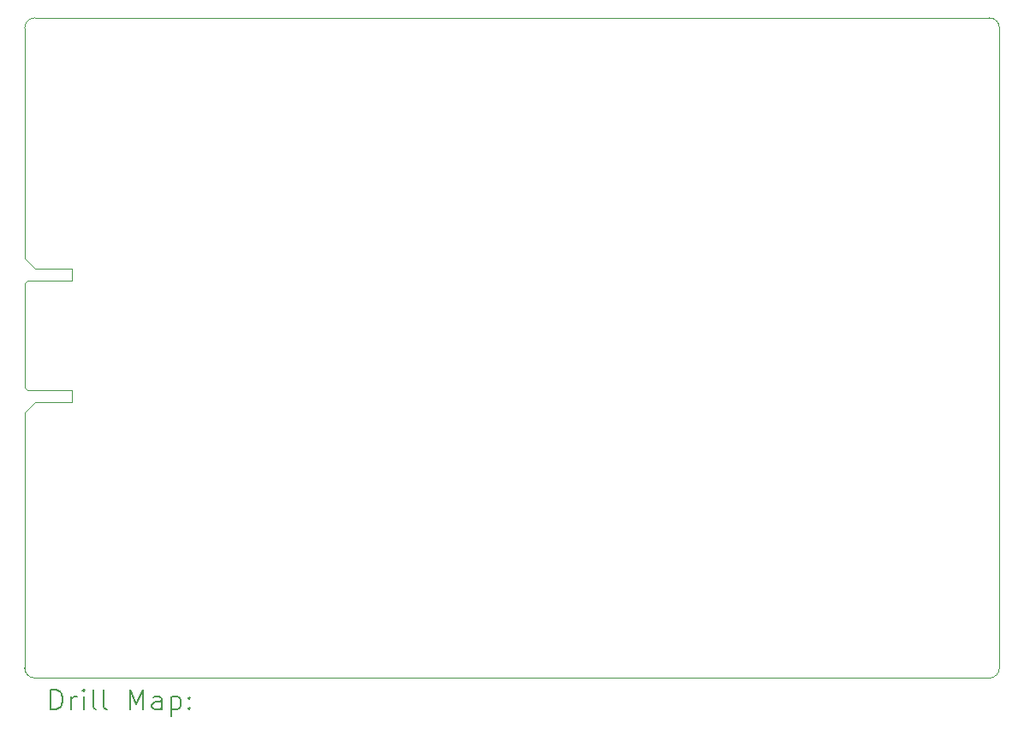
<source format=gbr>
%TF.GenerationSoftware,KiCad,Pcbnew,9.0.4*%
%TF.CreationDate,2025-11-03T17:15:16-05:00*%
%TF.ProjectId,main_board_v1,6d61696e-5f62-46f6-9172-645f76312e6b,rev?*%
%TF.SameCoordinates,Original*%
%TF.FileFunction,Drillmap*%
%TF.FilePolarity,Positive*%
%FSLAX45Y45*%
G04 Gerber Fmt 4.5, Leading zero omitted, Abs format (unit mm)*
G04 Created by KiCad (PCBNEW 9.0.4) date 2025-11-03 17:15:16*
%MOMM*%
%LPD*%
G01*
G04 APERTURE LIST*
%ADD10C,0.050000*%
%ADD11C,0.010000*%
%ADD12C,0.200000*%
G04 APERTURE END LIST*
D10*
X13690000Y-8600000D02*
X4250000Y-8600000D01*
X13790000Y-8500000D02*
X13789995Y-2167995D01*
X13690000Y-2067995D02*
G75*
G02*
X13790005Y-2167995I0J-100005D01*
G01*
X4150000Y-4450012D02*
X4150000Y-2167995D01*
X13790000Y-8500000D02*
G75*
G02*
X13690000Y-8600000I-100000J0D01*
G01*
X4150000Y-5970000D02*
X4150000Y-8500000D01*
X13690000Y-2067995D02*
X4250000Y-2067995D01*
X4150000Y-2167995D02*
G75*
G02*
X4250000Y-2067990I100000J5D01*
G01*
X4250000Y-8600000D02*
G75*
G02*
X4150000Y-8500000I0J100000D01*
G01*
D11*
X4150000Y-4690000D02*
X4175000Y-4665000D01*
X4150000Y-5730000D02*
X4150000Y-4690000D01*
X4150000Y-5730000D02*
X4175000Y-5755000D01*
X4175000Y-4665000D02*
X4620000Y-4665000D01*
X4250000Y-4550000D02*
X4150000Y-4450000D01*
X4250000Y-5870000D02*
X4150000Y-5970000D01*
X4620000Y-4550000D02*
X4250000Y-4550000D01*
X4620000Y-4665000D02*
X4620000Y-4550000D01*
X4620000Y-5755000D02*
X4175000Y-5755000D01*
X4620000Y-5755000D02*
X4620000Y-5870000D01*
X4620000Y-5870000D02*
X4250000Y-5870000D01*
D12*
X4408277Y-8913984D02*
X4408277Y-8713984D01*
X4408277Y-8713984D02*
X4455896Y-8713984D01*
X4455896Y-8713984D02*
X4484467Y-8723508D01*
X4484467Y-8723508D02*
X4503515Y-8742555D01*
X4503515Y-8742555D02*
X4513039Y-8761603D01*
X4513039Y-8761603D02*
X4522563Y-8799698D01*
X4522563Y-8799698D02*
X4522563Y-8828270D01*
X4522563Y-8828270D02*
X4513039Y-8866365D01*
X4513039Y-8866365D02*
X4503515Y-8885412D01*
X4503515Y-8885412D02*
X4484467Y-8904460D01*
X4484467Y-8904460D02*
X4455896Y-8913984D01*
X4455896Y-8913984D02*
X4408277Y-8913984D01*
X4608277Y-8913984D02*
X4608277Y-8780650D01*
X4608277Y-8818746D02*
X4617801Y-8799698D01*
X4617801Y-8799698D02*
X4627324Y-8790174D01*
X4627324Y-8790174D02*
X4646372Y-8780650D01*
X4646372Y-8780650D02*
X4665420Y-8780650D01*
X4732086Y-8913984D02*
X4732086Y-8780650D01*
X4732086Y-8713984D02*
X4722563Y-8723508D01*
X4722563Y-8723508D02*
X4732086Y-8733031D01*
X4732086Y-8733031D02*
X4741610Y-8723508D01*
X4741610Y-8723508D02*
X4732086Y-8713984D01*
X4732086Y-8713984D02*
X4732086Y-8733031D01*
X4855896Y-8913984D02*
X4836848Y-8904460D01*
X4836848Y-8904460D02*
X4827324Y-8885412D01*
X4827324Y-8885412D02*
X4827324Y-8713984D01*
X4960658Y-8913984D02*
X4941610Y-8904460D01*
X4941610Y-8904460D02*
X4932086Y-8885412D01*
X4932086Y-8885412D02*
X4932086Y-8713984D01*
X5189229Y-8913984D02*
X5189229Y-8713984D01*
X5189229Y-8713984D02*
X5255896Y-8856841D01*
X5255896Y-8856841D02*
X5322563Y-8713984D01*
X5322563Y-8713984D02*
X5322563Y-8913984D01*
X5503515Y-8913984D02*
X5503515Y-8809222D01*
X5503515Y-8809222D02*
X5493991Y-8790174D01*
X5493991Y-8790174D02*
X5474944Y-8780650D01*
X5474944Y-8780650D02*
X5436848Y-8780650D01*
X5436848Y-8780650D02*
X5417801Y-8790174D01*
X5503515Y-8904460D02*
X5484467Y-8913984D01*
X5484467Y-8913984D02*
X5436848Y-8913984D01*
X5436848Y-8913984D02*
X5417801Y-8904460D01*
X5417801Y-8904460D02*
X5408277Y-8885412D01*
X5408277Y-8885412D02*
X5408277Y-8866365D01*
X5408277Y-8866365D02*
X5417801Y-8847317D01*
X5417801Y-8847317D02*
X5436848Y-8837793D01*
X5436848Y-8837793D02*
X5484467Y-8837793D01*
X5484467Y-8837793D02*
X5503515Y-8828270D01*
X5598753Y-8780650D02*
X5598753Y-8980650D01*
X5598753Y-8790174D02*
X5617801Y-8780650D01*
X5617801Y-8780650D02*
X5655896Y-8780650D01*
X5655896Y-8780650D02*
X5674943Y-8790174D01*
X5674943Y-8790174D02*
X5684467Y-8799698D01*
X5684467Y-8799698D02*
X5693991Y-8818746D01*
X5693991Y-8818746D02*
X5693991Y-8875889D01*
X5693991Y-8875889D02*
X5684467Y-8894936D01*
X5684467Y-8894936D02*
X5674943Y-8904460D01*
X5674943Y-8904460D02*
X5655896Y-8913984D01*
X5655896Y-8913984D02*
X5617801Y-8913984D01*
X5617801Y-8913984D02*
X5598753Y-8904460D01*
X5779705Y-8894936D02*
X5789229Y-8904460D01*
X5789229Y-8904460D02*
X5779705Y-8913984D01*
X5779705Y-8913984D02*
X5770182Y-8904460D01*
X5770182Y-8904460D02*
X5779705Y-8894936D01*
X5779705Y-8894936D02*
X5779705Y-8913984D01*
X5779705Y-8790174D02*
X5789229Y-8799698D01*
X5789229Y-8799698D02*
X5779705Y-8809222D01*
X5779705Y-8809222D02*
X5770182Y-8799698D01*
X5770182Y-8799698D02*
X5779705Y-8790174D01*
X5779705Y-8790174D02*
X5779705Y-8809222D01*
M02*

</source>
